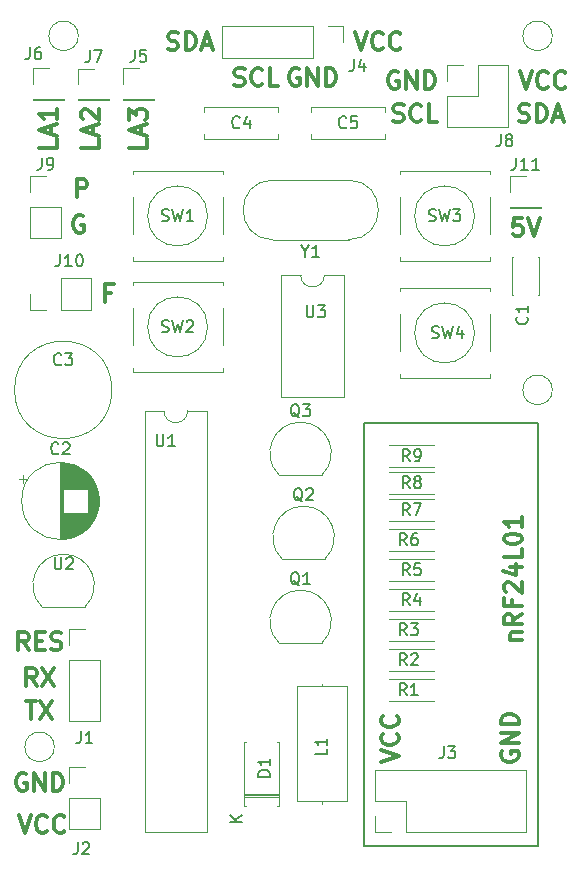
<source format=gbr>
G04 #@! TF.GenerationSoftware,KiCad,Pcbnew,5.0.2-bee76a0~70~ubuntu16.04.1*
G04 #@! TF.CreationDate,2019-04-13T19:03:10+02:00*
G04 #@! TF.ProjectId,birduino-kicad,62697264-7569-46e6-9f2d-6b696361642e,rev?*
G04 #@! TF.SameCoordinates,Original*
G04 #@! TF.FileFunction,Legend,Top*
G04 #@! TF.FilePolarity,Positive*
%FSLAX46Y46*%
G04 Gerber Fmt 4.6, Leading zero omitted, Abs format (unit mm)*
G04 Created by KiCad (PCBNEW 5.0.2-bee76a0~70~ubuntu16.04.1) date Sat 13 Apr 2019 07:03:10 PM CEST*
%MOMM*%
%LPD*%
G01*
G04 APERTURE LIST*
%ADD10C,0.300000*%
%ADD11C,0.200000*%
%ADD12C,0.120000*%
%ADD13C,0.150000*%
G04 APERTURE END LIST*
D10*
X172180285Y-96968571D02*
X171466000Y-96968571D01*
X171394571Y-97682857D01*
X171466000Y-97611428D01*
X171608857Y-97540000D01*
X171966000Y-97540000D01*
X172108857Y-97611428D01*
X172180285Y-97682857D01*
X172251714Y-97825714D01*
X172251714Y-98182857D01*
X172180285Y-98325714D01*
X172108857Y-98397142D01*
X171966000Y-98468571D01*
X171608857Y-98468571D01*
X171466000Y-98397142D01*
X171394571Y-98325714D01*
X172680285Y-96968571D02*
X173180285Y-98468571D01*
X173680285Y-96968571D01*
X137374285Y-103270857D02*
X136874285Y-103270857D01*
X136874285Y-104056571D02*
X136874285Y-102556571D01*
X137588571Y-102556571D01*
X135012857Y-96786000D02*
X134870000Y-96714571D01*
X134655714Y-96714571D01*
X134441428Y-96786000D01*
X134298571Y-96928857D01*
X134227142Y-97071714D01*
X134155714Y-97357428D01*
X134155714Y-97571714D01*
X134227142Y-97857428D01*
X134298571Y-98000285D01*
X134441428Y-98143142D01*
X134655714Y-98214571D01*
X134798571Y-98214571D01*
X135012857Y-98143142D01*
X135084285Y-98071714D01*
X135084285Y-97571714D01*
X134798571Y-97571714D01*
X134481142Y-95166571D02*
X134481142Y-93666571D01*
X135052571Y-93666571D01*
X135195428Y-93738000D01*
X135266857Y-93809428D01*
X135338285Y-93952285D01*
X135338285Y-94166571D01*
X135266857Y-94309428D01*
X135195428Y-94380857D01*
X135052571Y-94452285D01*
X134481142Y-94452285D01*
X140378571Y-90300857D02*
X140378571Y-91015142D01*
X138878571Y-91015142D01*
X139950000Y-89872285D02*
X139950000Y-89158000D01*
X140378571Y-90015142D02*
X138878571Y-89515142D01*
X140378571Y-89015142D01*
X138878571Y-88658000D02*
X138878571Y-87729428D01*
X139450000Y-88229428D01*
X139450000Y-88015142D01*
X139521428Y-87872285D01*
X139592857Y-87800857D01*
X139735714Y-87729428D01*
X140092857Y-87729428D01*
X140235714Y-87800857D01*
X140307142Y-87872285D01*
X140378571Y-88015142D01*
X140378571Y-88443714D01*
X140307142Y-88586571D01*
X140235714Y-88658000D01*
X136314571Y-90300857D02*
X136314571Y-91015142D01*
X134814571Y-91015142D01*
X135886000Y-89872285D02*
X135886000Y-89158000D01*
X136314571Y-90015142D02*
X134814571Y-89515142D01*
X136314571Y-89015142D01*
X134957428Y-88586571D02*
X134886000Y-88515142D01*
X134814571Y-88372285D01*
X134814571Y-88015142D01*
X134886000Y-87872285D01*
X134957428Y-87800857D01*
X135100285Y-87729428D01*
X135243142Y-87729428D01*
X135457428Y-87800857D01*
X136314571Y-88658000D01*
X136314571Y-87729428D01*
X132758571Y-90300857D02*
X132758571Y-91015142D01*
X131258571Y-91015142D01*
X132330000Y-89872285D02*
X132330000Y-89158000D01*
X132758571Y-90015142D02*
X131258571Y-89515142D01*
X132758571Y-89015142D01*
X132758571Y-87729428D02*
X132758571Y-88586571D01*
X132758571Y-88158000D02*
X131258571Y-88158000D01*
X131472857Y-88300857D01*
X131615714Y-88443714D01*
X131687142Y-88586571D01*
X161671142Y-84594000D02*
X161528285Y-84522571D01*
X161314000Y-84522571D01*
X161099714Y-84594000D01*
X160956857Y-84736857D01*
X160885428Y-84879714D01*
X160814000Y-85165428D01*
X160814000Y-85379714D01*
X160885428Y-85665428D01*
X160956857Y-85808285D01*
X161099714Y-85951142D01*
X161314000Y-86022571D01*
X161456857Y-86022571D01*
X161671142Y-85951142D01*
X161742571Y-85879714D01*
X161742571Y-85379714D01*
X161456857Y-85379714D01*
X162385428Y-86022571D02*
X162385428Y-84522571D01*
X163242571Y-86022571D01*
X163242571Y-84522571D01*
X163956857Y-86022571D02*
X163956857Y-84522571D01*
X164314000Y-84522571D01*
X164528285Y-84594000D01*
X164671142Y-84736857D01*
X164742571Y-84879714D01*
X164814000Y-85165428D01*
X164814000Y-85379714D01*
X164742571Y-85665428D01*
X164671142Y-85808285D01*
X164528285Y-85951142D01*
X164314000Y-86022571D01*
X163956857Y-86022571D01*
X161282285Y-88745142D02*
X161496571Y-88816571D01*
X161853714Y-88816571D01*
X161996571Y-88745142D01*
X162068000Y-88673714D01*
X162139428Y-88530857D01*
X162139428Y-88388000D01*
X162068000Y-88245142D01*
X161996571Y-88173714D01*
X161853714Y-88102285D01*
X161568000Y-88030857D01*
X161425142Y-87959428D01*
X161353714Y-87888000D01*
X161282285Y-87745142D01*
X161282285Y-87602285D01*
X161353714Y-87459428D01*
X161425142Y-87388000D01*
X161568000Y-87316571D01*
X161925142Y-87316571D01*
X162139428Y-87388000D01*
X163639428Y-88673714D02*
X163568000Y-88745142D01*
X163353714Y-88816571D01*
X163210857Y-88816571D01*
X162996571Y-88745142D01*
X162853714Y-88602285D01*
X162782285Y-88459428D01*
X162710857Y-88173714D01*
X162710857Y-87959428D01*
X162782285Y-87673714D01*
X162853714Y-87530857D01*
X162996571Y-87388000D01*
X163210857Y-87316571D01*
X163353714Y-87316571D01*
X163568000Y-87388000D01*
X163639428Y-87459428D01*
X164996571Y-88816571D02*
X164282285Y-88816571D01*
X164282285Y-87316571D01*
X171914571Y-88745142D02*
X172128857Y-88816571D01*
X172486000Y-88816571D01*
X172628857Y-88745142D01*
X172700285Y-88673714D01*
X172771714Y-88530857D01*
X172771714Y-88388000D01*
X172700285Y-88245142D01*
X172628857Y-88173714D01*
X172486000Y-88102285D01*
X172200285Y-88030857D01*
X172057428Y-87959428D01*
X171986000Y-87888000D01*
X171914571Y-87745142D01*
X171914571Y-87602285D01*
X171986000Y-87459428D01*
X172057428Y-87388000D01*
X172200285Y-87316571D01*
X172557428Y-87316571D01*
X172771714Y-87388000D01*
X173414571Y-88816571D02*
X173414571Y-87316571D01*
X173771714Y-87316571D01*
X173986000Y-87388000D01*
X174128857Y-87530857D01*
X174200285Y-87673714D01*
X174271714Y-87959428D01*
X174271714Y-88173714D01*
X174200285Y-88459428D01*
X174128857Y-88602285D01*
X173986000Y-88745142D01*
X173771714Y-88816571D01*
X173414571Y-88816571D01*
X174843142Y-88388000D02*
X175557428Y-88388000D01*
X174700285Y-88816571D02*
X175200285Y-87316571D01*
X175700285Y-88816571D01*
X171990000Y-84522571D02*
X172490000Y-86022571D01*
X172990000Y-84522571D01*
X174347142Y-85879714D02*
X174275714Y-85951142D01*
X174061428Y-86022571D01*
X173918571Y-86022571D01*
X173704285Y-85951142D01*
X173561428Y-85808285D01*
X173490000Y-85665428D01*
X173418571Y-85379714D01*
X173418571Y-85165428D01*
X173490000Y-84879714D01*
X173561428Y-84736857D01*
X173704285Y-84594000D01*
X173918571Y-84522571D01*
X174061428Y-84522571D01*
X174275714Y-84594000D01*
X174347142Y-84665428D01*
X175847142Y-85879714D02*
X175775714Y-85951142D01*
X175561428Y-86022571D01*
X175418571Y-86022571D01*
X175204285Y-85951142D01*
X175061428Y-85808285D01*
X174990000Y-85665428D01*
X174918571Y-85379714D01*
X174918571Y-85165428D01*
X174990000Y-84879714D01*
X175061428Y-84736857D01*
X175204285Y-84594000D01*
X175418571Y-84522571D01*
X175561428Y-84522571D01*
X175775714Y-84594000D01*
X175847142Y-84665428D01*
X142196571Y-82649142D02*
X142410857Y-82720571D01*
X142768000Y-82720571D01*
X142910857Y-82649142D01*
X142982285Y-82577714D01*
X143053714Y-82434857D01*
X143053714Y-82292000D01*
X142982285Y-82149142D01*
X142910857Y-82077714D01*
X142768000Y-82006285D01*
X142482285Y-81934857D01*
X142339428Y-81863428D01*
X142268000Y-81792000D01*
X142196571Y-81649142D01*
X142196571Y-81506285D01*
X142268000Y-81363428D01*
X142339428Y-81292000D01*
X142482285Y-81220571D01*
X142839428Y-81220571D01*
X143053714Y-81292000D01*
X143696571Y-82720571D02*
X143696571Y-81220571D01*
X144053714Y-81220571D01*
X144268000Y-81292000D01*
X144410857Y-81434857D01*
X144482285Y-81577714D01*
X144553714Y-81863428D01*
X144553714Y-82077714D01*
X144482285Y-82363428D01*
X144410857Y-82506285D01*
X144268000Y-82649142D01*
X144053714Y-82720571D01*
X143696571Y-82720571D01*
X145125142Y-82292000D02*
X145839428Y-82292000D01*
X144982285Y-82720571D02*
X145482285Y-81220571D01*
X145982285Y-82720571D01*
X147820285Y-85697142D02*
X148034571Y-85768571D01*
X148391714Y-85768571D01*
X148534571Y-85697142D01*
X148606000Y-85625714D01*
X148677428Y-85482857D01*
X148677428Y-85340000D01*
X148606000Y-85197142D01*
X148534571Y-85125714D01*
X148391714Y-85054285D01*
X148106000Y-84982857D01*
X147963142Y-84911428D01*
X147891714Y-84840000D01*
X147820285Y-84697142D01*
X147820285Y-84554285D01*
X147891714Y-84411428D01*
X147963142Y-84340000D01*
X148106000Y-84268571D01*
X148463142Y-84268571D01*
X148677428Y-84340000D01*
X150177428Y-85625714D02*
X150106000Y-85697142D01*
X149891714Y-85768571D01*
X149748857Y-85768571D01*
X149534571Y-85697142D01*
X149391714Y-85554285D01*
X149320285Y-85411428D01*
X149248857Y-85125714D01*
X149248857Y-84911428D01*
X149320285Y-84625714D01*
X149391714Y-84482857D01*
X149534571Y-84340000D01*
X149748857Y-84268571D01*
X149891714Y-84268571D01*
X150106000Y-84340000D01*
X150177428Y-84411428D01*
X151534571Y-85768571D02*
X150820285Y-85768571D01*
X150820285Y-84268571D01*
X153289142Y-84340000D02*
X153146285Y-84268571D01*
X152932000Y-84268571D01*
X152717714Y-84340000D01*
X152574857Y-84482857D01*
X152503428Y-84625714D01*
X152432000Y-84911428D01*
X152432000Y-85125714D01*
X152503428Y-85411428D01*
X152574857Y-85554285D01*
X152717714Y-85697142D01*
X152932000Y-85768571D01*
X153074857Y-85768571D01*
X153289142Y-85697142D01*
X153360571Y-85625714D01*
X153360571Y-85125714D01*
X153074857Y-85125714D01*
X154003428Y-85768571D02*
X154003428Y-84268571D01*
X154860571Y-85768571D01*
X154860571Y-84268571D01*
X155574857Y-85768571D02*
X155574857Y-84268571D01*
X155932000Y-84268571D01*
X156146285Y-84340000D01*
X156289142Y-84482857D01*
X156360571Y-84625714D01*
X156432000Y-84911428D01*
X156432000Y-85125714D01*
X156360571Y-85411428D01*
X156289142Y-85554285D01*
X156146285Y-85697142D01*
X155932000Y-85768571D01*
X155574857Y-85768571D01*
X158020000Y-81220571D02*
X158520000Y-82720571D01*
X159020000Y-81220571D01*
X160377142Y-82577714D02*
X160305714Y-82649142D01*
X160091428Y-82720571D01*
X159948571Y-82720571D01*
X159734285Y-82649142D01*
X159591428Y-82506285D01*
X159520000Y-82363428D01*
X159448571Y-82077714D01*
X159448571Y-81863428D01*
X159520000Y-81577714D01*
X159591428Y-81434857D01*
X159734285Y-81292000D01*
X159948571Y-81220571D01*
X160091428Y-81220571D01*
X160305714Y-81292000D01*
X160377142Y-81363428D01*
X161877142Y-82577714D02*
X161805714Y-82649142D01*
X161591428Y-82720571D01*
X161448571Y-82720571D01*
X161234285Y-82649142D01*
X161091428Y-82506285D01*
X161020000Y-82363428D01*
X160948571Y-82077714D01*
X160948571Y-81863428D01*
X161020000Y-81577714D01*
X161091428Y-81434857D01*
X161234285Y-81292000D01*
X161448571Y-81220571D01*
X161591428Y-81220571D01*
X161805714Y-81292000D01*
X161877142Y-81363428D01*
X171128571Y-132686571D02*
X172128571Y-132686571D01*
X171271428Y-132686571D02*
X171200000Y-132615142D01*
X171128571Y-132472285D01*
X171128571Y-132258000D01*
X171200000Y-132115142D01*
X171342857Y-132043714D01*
X172128571Y-132043714D01*
X172128571Y-130472285D02*
X171414285Y-130972285D01*
X172128571Y-131329428D02*
X170628571Y-131329428D01*
X170628571Y-130758000D01*
X170700000Y-130615142D01*
X170771428Y-130543714D01*
X170914285Y-130472285D01*
X171128571Y-130472285D01*
X171271428Y-130543714D01*
X171342857Y-130615142D01*
X171414285Y-130758000D01*
X171414285Y-131329428D01*
X171342857Y-129329428D02*
X171342857Y-129829428D01*
X172128571Y-129829428D02*
X170628571Y-129829428D01*
X170628571Y-129115142D01*
X170771428Y-128615142D02*
X170700000Y-128543714D01*
X170628571Y-128400857D01*
X170628571Y-128043714D01*
X170700000Y-127900857D01*
X170771428Y-127829428D01*
X170914285Y-127758000D01*
X171057142Y-127758000D01*
X171271428Y-127829428D01*
X172128571Y-128686571D01*
X172128571Y-127758000D01*
X171128571Y-126472285D02*
X172128571Y-126472285D01*
X170557142Y-126829428D02*
X171628571Y-127186571D01*
X171628571Y-126258000D01*
X172128571Y-124972285D02*
X172128571Y-125686571D01*
X170628571Y-125686571D01*
X170628571Y-124186571D02*
X170628571Y-124043714D01*
X170700000Y-123900857D01*
X170771428Y-123829428D01*
X170914285Y-123758000D01*
X171200000Y-123686571D01*
X171557142Y-123686571D01*
X171842857Y-123758000D01*
X171985714Y-123829428D01*
X172057142Y-123900857D01*
X172128571Y-124043714D01*
X172128571Y-124186571D01*
X172057142Y-124329428D01*
X171985714Y-124400857D01*
X171842857Y-124472285D01*
X171557142Y-124543714D01*
X171200000Y-124543714D01*
X170914285Y-124472285D01*
X170771428Y-124400857D01*
X170700000Y-124329428D01*
X170628571Y-124186571D01*
X172128571Y-122258000D02*
X172128571Y-123115142D01*
X172128571Y-122686571D02*
X170628571Y-122686571D01*
X170842857Y-122829428D01*
X170985714Y-122972285D01*
X171057142Y-123115142D01*
X170446000Y-142112857D02*
X170374571Y-142255714D01*
X170374571Y-142470000D01*
X170446000Y-142684285D01*
X170588857Y-142827142D01*
X170731714Y-142898571D01*
X171017428Y-142970000D01*
X171231714Y-142970000D01*
X171517428Y-142898571D01*
X171660285Y-142827142D01*
X171803142Y-142684285D01*
X171874571Y-142470000D01*
X171874571Y-142327142D01*
X171803142Y-142112857D01*
X171731714Y-142041428D01*
X171231714Y-142041428D01*
X171231714Y-142327142D01*
X171874571Y-141398571D02*
X170374571Y-141398571D01*
X171874571Y-140541428D01*
X170374571Y-140541428D01*
X171874571Y-139827142D02*
X170374571Y-139827142D01*
X170374571Y-139470000D01*
X170446000Y-139255714D01*
X170588857Y-139112857D01*
X170731714Y-139041428D01*
X171017428Y-138970000D01*
X171231714Y-138970000D01*
X171517428Y-139041428D01*
X171660285Y-139112857D01*
X171803142Y-139255714D01*
X171874571Y-139470000D01*
X171874571Y-139827142D01*
X160214571Y-142970000D02*
X161714571Y-142470000D01*
X160214571Y-141970000D01*
X161571714Y-140612857D02*
X161643142Y-140684285D01*
X161714571Y-140898571D01*
X161714571Y-141041428D01*
X161643142Y-141255714D01*
X161500285Y-141398571D01*
X161357428Y-141470000D01*
X161071714Y-141541428D01*
X160857428Y-141541428D01*
X160571714Y-141470000D01*
X160428857Y-141398571D01*
X160286000Y-141255714D01*
X160214571Y-141041428D01*
X160214571Y-140898571D01*
X160286000Y-140684285D01*
X160357428Y-140612857D01*
X161571714Y-139112857D02*
X161643142Y-139184285D01*
X161714571Y-139398571D01*
X161714571Y-139541428D01*
X161643142Y-139755714D01*
X161500285Y-139898571D01*
X161357428Y-139970000D01*
X161071714Y-140041428D01*
X160857428Y-140041428D01*
X160571714Y-139970000D01*
X160428857Y-139898571D01*
X160286000Y-139755714D01*
X160214571Y-139541428D01*
X160214571Y-139398571D01*
X160286000Y-139184285D01*
X160357428Y-139112857D01*
X130175142Y-137862571D02*
X131032285Y-137862571D01*
X130603714Y-139362571D02*
X130603714Y-137862571D01*
X131389428Y-137862571D02*
X132389428Y-139362571D01*
X132389428Y-137862571D02*
X131389428Y-139362571D01*
X131068000Y-136568571D02*
X130568000Y-135854285D01*
X130210857Y-136568571D02*
X130210857Y-135068571D01*
X130782285Y-135068571D01*
X130925142Y-135140000D01*
X130996571Y-135211428D01*
X131068000Y-135354285D01*
X131068000Y-135568571D01*
X130996571Y-135711428D01*
X130925142Y-135782857D01*
X130782285Y-135854285D01*
X130210857Y-135854285D01*
X131568000Y-135068571D02*
X132568000Y-136568571D01*
X132568000Y-135068571D02*
X131568000Y-136568571D01*
X130389428Y-133520571D02*
X129889428Y-132806285D01*
X129532285Y-133520571D02*
X129532285Y-132020571D01*
X130103714Y-132020571D01*
X130246571Y-132092000D01*
X130318000Y-132163428D01*
X130389428Y-132306285D01*
X130389428Y-132520571D01*
X130318000Y-132663428D01*
X130246571Y-132734857D01*
X130103714Y-132806285D01*
X129532285Y-132806285D01*
X131032285Y-132734857D02*
X131532285Y-132734857D01*
X131746571Y-133520571D02*
X131032285Y-133520571D01*
X131032285Y-132020571D01*
X131746571Y-132020571D01*
X132318000Y-133449142D02*
X132532285Y-133520571D01*
X132889428Y-133520571D01*
X133032285Y-133449142D01*
X133103714Y-133377714D01*
X133175142Y-133234857D01*
X133175142Y-133092000D01*
X133103714Y-132949142D01*
X133032285Y-132877714D01*
X132889428Y-132806285D01*
X132603714Y-132734857D01*
X132460857Y-132663428D01*
X132389428Y-132592000D01*
X132318000Y-132449142D01*
X132318000Y-132306285D01*
X132389428Y-132163428D01*
X132460857Y-132092000D01*
X132603714Y-132020571D01*
X132960857Y-132020571D01*
X133175142Y-132092000D01*
X130175142Y-144030000D02*
X130032285Y-143958571D01*
X129818000Y-143958571D01*
X129603714Y-144030000D01*
X129460857Y-144172857D01*
X129389428Y-144315714D01*
X129318000Y-144601428D01*
X129318000Y-144815714D01*
X129389428Y-145101428D01*
X129460857Y-145244285D01*
X129603714Y-145387142D01*
X129818000Y-145458571D01*
X129960857Y-145458571D01*
X130175142Y-145387142D01*
X130246571Y-145315714D01*
X130246571Y-144815714D01*
X129960857Y-144815714D01*
X130889428Y-145458571D02*
X130889428Y-143958571D01*
X131746571Y-145458571D01*
X131746571Y-143958571D01*
X132460857Y-145458571D02*
X132460857Y-143958571D01*
X132818000Y-143958571D01*
X133032285Y-144030000D01*
X133175142Y-144172857D01*
X133246571Y-144315714D01*
X133318000Y-144601428D01*
X133318000Y-144815714D01*
X133246571Y-145101428D01*
X133175142Y-145244285D01*
X133032285Y-145387142D01*
X132818000Y-145458571D01*
X132460857Y-145458571D01*
X129572000Y-147514571D02*
X130072000Y-149014571D01*
X130572000Y-147514571D01*
X131929142Y-148871714D02*
X131857714Y-148943142D01*
X131643428Y-149014571D01*
X131500571Y-149014571D01*
X131286285Y-148943142D01*
X131143428Y-148800285D01*
X131072000Y-148657428D01*
X131000571Y-148371714D01*
X131000571Y-148157428D01*
X131072000Y-147871714D01*
X131143428Y-147728857D01*
X131286285Y-147586000D01*
X131500571Y-147514571D01*
X131643428Y-147514571D01*
X131857714Y-147586000D01*
X131929142Y-147657428D01*
X133429142Y-148871714D02*
X133357714Y-148943142D01*
X133143428Y-149014571D01*
X133000571Y-149014571D01*
X132786285Y-148943142D01*
X132643428Y-148800285D01*
X132572000Y-148657428D01*
X132500571Y-148371714D01*
X132500571Y-148157428D01*
X132572000Y-147871714D01*
X132643428Y-147728857D01*
X132786285Y-147586000D01*
X133000571Y-147514571D01*
X133143428Y-147514571D01*
X133357714Y-147586000D01*
X133429142Y-147657428D01*
D11*
X158750000Y-114300000D02*
X158750000Y-150114000D01*
X173482000Y-114300000D02*
X158750000Y-114300000D01*
X173482000Y-150114000D02*
X173482000Y-114300000D01*
X158750000Y-150114000D02*
X173482000Y-150114000D01*
D12*
G04 #@! TO.C,*
X134601000Y-81534000D02*
G75*
G03X134601000Y-81534000I-1251000J0D01*
G01*
X174733000Y-111506000D02*
G75*
G03X174733000Y-111506000I-1251000J0D01*
G01*
X174733000Y-81534000D02*
G75*
G03X174733000Y-81534000I-1251000J0D01*
G01*
X132569000Y-141732000D02*
G75*
G03X132569000Y-141732000I-1251000J0D01*
G01*
G04 #@! TO.C,J1*
X133798000Y-139506000D02*
X136458000Y-139506000D01*
X133798000Y-134366000D02*
X133798000Y-139506000D01*
X136458000Y-134366000D02*
X136458000Y-139506000D01*
X133798000Y-134366000D02*
X136458000Y-134366000D01*
X133798000Y-133096000D02*
X133798000Y-131766000D01*
X133798000Y-131766000D02*
X135128000Y-131766000D01*
G04 #@! TO.C,J2*
X133798000Y-148650000D02*
X136458000Y-148650000D01*
X133798000Y-146050000D02*
X133798000Y-148650000D01*
X136458000Y-146050000D02*
X136458000Y-148650000D01*
X133798000Y-146050000D02*
X136458000Y-146050000D01*
X133798000Y-144780000D02*
X133798000Y-143450000D01*
X133798000Y-143450000D02*
X135128000Y-143450000D01*
G04 #@! TO.C,J3*
X172526000Y-148904000D02*
X172526000Y-143704000D01*
X162306000Y-148904000D02*
X172526000Y-148904000D01*
X159706000Y-143704000D02*
X172526000Y-143704000D01*
X162306000Y-148904000D02*
X162306000Y-146304000D01*
X162306000Y-146304000D02*
X159706000Y-146304000D01*
X159706000Y-146304000D02*
X159706000Y-143704000D01*
X161036000Y-148904000D02*
X159706000Y-148904000D01*
X159706000Y-148904000D02*
X159706000Y-147574000D01*
G04 #@! TO.C,J4*
X146752000Y-80712000D02*
X146752000Y-83372000D01*
X154432000Y-80712000D02*
X146752000Y-80712000D01*
X154432000Y-83372000D02*
X146752000Y-83372000D01*
X154432000Y-80712000D02*
X154432000Y-83372000D01*
X155702000Y-80712000D02*
X157032000Y-80712000D01*
X157032000Y-80712000D02*
X157032000Y-82042000D01*
G04 #@! TO.C,R1*
X164734000Y-137826000D02*
X160894000Y-137826000D01*
X164734000Y-135986000D02*
X160894000Y-135986000D01*
G04 #@! TO.C,R2*
X164734000Y-133446000D02*
X160894000Y-133446000D01*
X164734000Y-135286000D02*
X160894000Y-135286000D01*
G04 #@! TO.C,R3*
X164734000Y-132746000D02*
X160894000Y-132746000D01*
X164734000Y-130906000D02*
X160894000Y-130906000D01*
G04 #@! TO.C,R4*
X164734000Y-128366000D02*
X160894000Y-128366000D01*
X164734000Y-130206000D02*
X160894000Y-130206000D01*
G04 #@! TO.C,R5*
X164734000Y-127666000D02*
X160894000Y-127666000D01*
X164734000Y-125826000D02*
X160894000Y-125826000D01*
G04 #@! TO.C,R6*
X164734000Y-123286000D02*
X160894000Y-123286000D01*
X164734000Y-125126000D02*
X160894000Y-125126000D01*
G04 #@! TO.C,SW1*
X139192000Y-92964000D02*
X146812000Y-92964000D01*
X146812000Y-92964000D02*
X146812000Y-93264000D01*
X146812000Y-100584000D02*
X139192000Y-100584000D01*
X139192000Y-92964000D02*
X139192000Y-93264000D01*
X146812000Y-95204000D02*
X146812000Y-98344000D01*
X139192000Y-95204000D02*
X139192000Y-98344000D01*
X146812000Y-100284000D02*
X146812000Y-100584000D01*
X139192000Y-100284000D02*
X139192000Y-100584000D01*
X145542000Y-96774000D02*
G75*
G03X145542000Y-96774000I-2540000J0D01*
G01*
G04 #@! TO.C,SW2*
X145542000Y-106172000D02*
G75*
G03X145542000Y-106172000I-2540000J0D01*
G01*
X139192000Y-109682000D02*
X139192000Y-109982000D01*
X146812000Y-109682000D02*
X146812000Y-109982000D01*
X139192000Y-104602000D02*
X139192000Y-107742000D01*
X146812000Y-104602000D02*
X146812000Y-107742000D01*
X139192000Y-102362000D02*
X139192000Y-102662000D01*
X146812000Y-109982000D02*
X139192000Y-109982000D01*
X146812000Y-102362000D02*
X146812000Y-102662000D01*
X139192000Y-102362000D02*
X146812000Y-102362000D01*
G04 #@! TO.C,SW3*
X161798000Y-92964000D02*
X169418000Y-92964000D01*
X169418000Y-92964000D02*
X169418000Y-93264000D01*
X169418000Y-100584000D02*
X161798000Y-100584000D01*
X161798000Y-92964000D02*
X161798000Y-93264000D01*
X169418000Y-95204000D02*
X169418000Y-98344000D01*
X161798000Y-95204000D02*
X161798000Y-98344000D01*
X169418000Y-100284000D02*
X169418000Y-100584000D01*
X161798000Y-100284000D02*
X161798000Y-100584000D01*
X168148000Y-96774000D02*
G75*
G03X168148000Y-96774000I-2540000J0D01*
G01*
G04 #@! TO.C,SW4*
X168148000Y-106680000D02*
G75*
G03X168148000Y-106680000I-2540000J0D01*
G01*
X161798000Y-110190000D02*
X161798000Y-110490000D01*
X169418000Y-110190000D02*
X169418000Y-110490000D01*
X161798000Y-105110000D02*
X161798000Y-108250000D01*
X169418000Y-105110000D02*
X169418000Y-108250000D01*
X161798000Y-102870000D02*
X161798000Y-103170000D01*
X169418000Y-110490000D02*
X161798000Y-110490000D01*
X169418000Y-102870000D02*
X169418000Y-103170000D01*
X161798000Y-102870000D02*
X169418000Y-102870000D01*
G04 #@! TO.C,U1*
X143857000Y-113275000D02*
G75*
G02X141857000Y-113275000I-1000000J0D01*
G01*
X141857000Y-113275000D02*
X140207000Y-113275000D01*
X140207000Y-113275000D02*
X140207000Y-148955000D01*
X140207000Y-148955000D02*
X145507000Y-148955000D01*
X145507000Y-148955000D02*
X145507000Y-113275000D01*
X145507000Y-113275000D02*
X143857000Y-113275000D01*
G04 #@! TO.C,Q1*
X151616000Y-132914000D02*
X155216000Y-132914000D01*
X151577522Y-132902478D02*
G75*
G02X153416000Y-128464000I1838478J1838478D01*
G01*
X155254478Y-132902478D02*
G75*
G03X153416000Y-128464000I-1838478J1838478D01*
G01*
G04 #@! TO.C,Q2*
X155508478Y-125790478D02*
G75*
G03X153670000Y-121352000I-1838478J1838478D01*
G01*
X151831522Y-125790478D02*
G75*
G02X153670000Y-121352000I1838478J1838478D01*
G01*
X151870000Y-125802000D02*
X155470000Y-125802000D01*
G04 #@! TO.C,Q3*
X151616000Y-118690000D02*
X155216000Y-118690000D01*
X151577522Y-118678478D02*
G75*
G02X153416000Y-114240000I1838478J1838478D01*
G01*
X155254478Y-118678478D02*
G75*
G03X153416000Y-114240000I-1838478J1838478D01*
G01*
G04 #@! TO.C,R7*
X160894000Y-120746000D02*
X164734000Y-120746000D01*
X160894000Y-122586000D02*
X164734000Y-122586000D01*
G04 #@! TO.C,R8*
X160894000Y-120300000D02*
X164734000Y-120300000D01*
X160894000Y-118460000D02*
X164734000Y-118460000D01*
G04 #@! TO.C,R9*
X160894000Y-116174000D02*
X164734000Y-116174000D01*
X160894000Y-118014000D02*
X164734000Y-118014000D01*
G04 #@! TO.C,U2*
X131550000Y-129866000D02*
X135150000Y-129866000D01*
X131511522Y-129854478D02*
G75*
G02X133350000Y-125416000I1838478J1838478D01*
G01*
X135188478Y-129854478D02*
G75*
G03X133350000Y-125416000I-1838478J1838478D01*
G01*
G04 #@! TO.C,J5*
X138370000Y-86928000D02*
X141030000Y-86928000D01*
X138370000Y-86868000D02*
X138370000Y-86928000D01*
X141030000Y-86868000D02*
X141030000Y-86928000D01*
X138370000Y-86868000D02*
X141030000Y-86868000D01*
X138370000Y-85598000D02*
X138370000Y-84268000D01*
X138370000Y-84268000D02*
X139700000Y-84268000D01*
G04 #@! TO.C,J6*
X130750000Y-86928000D02*
X133410000Y-86928000D01*
X130750000Y-86868000D02*
X130750000Y-86928000D01*
X133410000Y-86868000D02*
X133410000Y-86928000D01*
X130750000Y-86868000D02*
X133410000Y-86868000D01*
X130750000Y-85598000D02*
X130750000Y-84268000D01*
X130750000Y-84268000D02*
X132080000Y-84268000D01*
G04 #@! TO.C,J7*
X134560000Y-84315000D02*
X135890000Y-84315000D01*
X134560000Y-85645000D02*
X134560000Y-84315000D01*
X134560000Y-86915000D02*
X137220000Y-86915000D01*
X137220000Y-86915000D02*
X137220000Y-86975000D01*
X134560000Y-86915000D02*
X134560000Y-86975000D01*
X134560000Y-86975000D02*
X137220000Y-86975000D01*
G04 #@! TO.C,J8*
X165802000Y-89214000D02*
X171002000Y-89214000D01*
X165802000Y-86614000D02*
X165802000Y-89214000D01*
X171002000Y-84014000D02*
X171002000Y-89214000D01*
X165802000Y-86614000D02*
X168402000Y-86614000D01*
X168402000Y-86614000D02*
X168402000Y-84014000D01*
X168402000Y-84014000D02*
X171002000Y-84014000D01*
X165802000Y-85344000D02*
X165802000Y-84014000D01*
X165802000Y-84014000D02*
X167132000Y-84014000D01*
G04 #@! TO.C,J9*
X130496000Y-98612000D02*
X133156000Y-98612000D01*
X130496000Y-96012000D02*
X130496000Y-98612000D01*
X133156000Y-96012000D02*
X133156000Y-98612000D01*
X130496000Y-96012000D02*
X133156000Y-96012000D01*
X130496000Y-94742000D02*
X130496000Y-93412000D01*
X130496000Y-93412000D02*
X131826000Y-93412000D01*
G04 #@! TO.C,C1*
X171346000Y-103494000D02*
X171346000Y-100254000D01*
X173586000Y-103494000D02*
X173586000Y-100254000D01*
X171346000Y-103494000D02*
X171411000Y-103494000D01*
X173521000Y-103494000D02*
X173586000Y-103494000D01*
X171346000Y-100254000D02*
X171411000Y-100254000D01*
X173521000Y-100254000D02*
X173586000Y-100254000D01*
G04 #@! TO.C,C2*
X136346000Y-120904000D02*
G75*
G03X136346000Y-120904000I-3270000J0D01*
G01*
X133076000Y-117674000D02*
X133076000Y-124134000D01*
X133116000Y-117674000D02*
X133116000Y-124134000D01*
X133156000Y-117674000D02*
X133156000Y-124134000D01*
X133196000Y-117676000D02*
X133196000Y-124132000D01*
X133236000Y-117677000D02*
X133236000Y-124131000D01*
X133276000Y-117680000D02*
X133276000Y-124128000D01*
X133316000Y-117682000D02*
X133316000Y-119864000D01*
X133316000Y-121944000D02*
X133316000Y-124126000D01*
X133356000Y-117686000D02*
X133356000Y-119864000D01*
X133356000Y-121944000D02*
X133356000Y-124122000D01*
X133396000Y-117689000D02*
X133396000Y-119864000D01*
X133396000Y-121944000D02*
X133396000Y-124119000D01*
X133436000Y-117693000D02*
X133436000Y-119864000D01*
X133436000Y-121944000D02*
X133436000Y-124115000D01*
X133476000Y-117698000D02*
X133476000Y-119864000D01*
X133476000Y-121944000D02*
X133476000Y-124110000D01*
X133516000Y-117703000D02*
X133516000Y-119864000D01*
X133516000Y-121944000D02*
X133516000Y-124105000D01*
X133556000Y-117709000D02*
X133556000Y-119864000D01*
X133556000Y-121944000D02*
X133556000Y-124099000D01*
X133596000Y-117715000D02*
X133596000Y-119864000D01*
X133596000Y-121944000D02*
X133596000Y-124093000D01*
X133636000Y-117722000D02*
X133636000Y-119864000D01*
X133636000Y-121944000D02*
X133636000Y-124086000D01*
X133676000Y-117729000D02*
X133676000Y-119864000D01*
X133676000Y-121944000D02*
X133676000Y-124079000D01*
X133716000Y-117737000D02*
X133716000Y-119864000D01*
X133716000Y-121944000D02*
X133716000Y-124071000D01*
X133756000Y-117745000D02*
X133756000Y-119864000D01*
X133756000Y-121944000D02*
X133756000Y-124063000D01*
X133797000Y-117754000D02*
X133797000Y-119864000D01*
X133797000Y-121944000D02*
X133797000Y-124054000D01*
X133837000Y-117763000D02*
X133837000Y-119864000D01*
X133837000Y-121944000D02*
X133837000Y-124045000D01*
X133877000Y-117773000D02*
X133877000Y-119864000D01*
X133877000Y-121944000D02*
X133877000Y-124035000D01*
X133917000Y-117783000D02*
X133917000Y-119864000D01*
X133917000Y-121944000D02*
X133917000Y-124025000D01*
X133957000Y-117794000D02*
X133957000Y-119864000D01*
X133957000Y-121944000D02*
X133957000Y-124014000D01*
X133997000Y-117806000D02*
X133997000Y-119864000D01*
X133997000Y-121944000D02*
X133997000Y-124002000D01*
X134037000Y-117818000D02*
X134037000Y-119864000D01*
X134037000Y-121944000D02*
X134037000Y-123990000D01*
X134077000Y-117830000D02*
X134077000Y-119864000D01*
X134077000Y-121944000D02*
X134077000Y-123978000D01*
X134117000Y-117843000D02*
X134117000Y-119864000D01*
X134117000Y-121944000D02*
X134117000Y-123965000D01*
X134157000Y-117857000D02*
X134157000Y-119864000D01*
X134157000Y-121944000D02*
X134157000Y-123951000D01*
X134197000Y-117871000D02*
X134197000Y-119864000D01*
X134197000Y-121944000D02*
X134197000Y-123937000D01*
X134237000Y-117886000D02*
X134237000Y-119864000D01*
X134237000Y-121944000D02*
X134237000Y-123922000D01*
X134277000Y-117902000D02*
X134277000Y-119864000D01*
X134277000Y-121944000D02*
X134277000Y-123906000D01*
X134317000Y-117918000D02*
X134317000Y-119864000D01*
X134317000Y-121944000D02*
X134317000Y-123890000D01*
X134357000Y-117934000D02*
X134357000Y-119864000D01*
X134357000Y-121944000D02*
X134357000Y-123874000D01*
X134397000Y-117952000D02*
X134397000Y-119864000D01*
X134397000Y-121944000D02*
X134397000Y-123856000D01*
X134437000Y-117970000D02*
X134437000Y-119864000D01*
X134437000Y-121944000D02*
X134437000Y-123838000D01*
X134477000Y-117988000D02*
X134477000Y-119864000D01*
X134477000Y-121944000D02*
X134477000Y-123820000D01*
X134517000Y-118008000D02*
X134517000Y-119864000D01*
X134517000Y-121944000D02*
X134517000Y-123800000D01*
X134557000Y-118028000D02*
X134557000Y-119864000D01*
X134557000Y-121944000D02*
X134557000Y-123780000D01*
X134597000Y-118048000D02*
X134597000Y-119864000D01*
X134597000Y-121944000D02*
X134597000Y-123760000D01*
X134637000Y-118070000D02*
X134637000Y-119864000D01*
X134637000Y-121944000D02*
X134637000Y-123738000D01*
X134677000Y-118092000D02*
X134677000Y-119864000D01*
X134677000Y-121944000D02*
X134677000Y-123716000D01*
X134717000Y-118114000D02*
X134717000Y-119864000D01*
X134717000Y-121944000D02*
X134717000Y-123694000D01*
X134757000Y-118138000D02*
X134757000Y-119864000D01*
X134757000Y-121944000D02*
X134757000Y-123670000D01*
X134797000Y-118162000D02*
X134797000Y-119864000D01*
X134797000Y-121944000D02*
X134797000Y-123646000D01*
X134837000Y-118188000D02*
X134837000Y-119864000D01*
X134837000Y-121944000D02*
X134837000Y-123620000D01*
X134877000Y-118214000D02*
X134877000Y-119864000D01*
X134877000Y-121944000D02*
X134877000Y-123594000D01*
X134917000Y-118240000D02*
X134917000Y-119864000D01*
X134917000Y-121944000D02*
X134917000Y-123568000D01*
X134957000Y-118268000D02*
X134957000Y-119864000D01*
X134957000Y-121944000D02*
X134957000Y-123540000D01*
X134997000Y-118297000D02*
X134997000Y-119864000D01*
X134997000Y-121944000D02*
X134997000Y-123511000D01*
X135037000Y-118326000D02*
X135037000Y-119864000D01*
X135037000Y-121944000D02*
X135037000Y-123482000D01*
X135077000Y-118356000D02*
X135077000Y-119864000D01*
X135077000Y-121944000D02*
X135077000Y-123452000D01*
X135117000Y-118388000D02*
X135117000Y-119864000D01*
X135117000Y-121944000D02*
X135117000Y-123420000D01*
X135157000Y-118420000D02*
X135157000Y-119864000D01*
X135157000Y-121944000D02*
X135157000Y-123388000D01*
X135197000Y-118454000D02*
X135197000Y-119864000D01*
X135197000Y-121944000D02*
X135197000Y-123354000D01*
X135237000Y-118488000D02*
X135237000Y-119864000D01*
X135237000Y-121944000D02*
X135237000Y-123320000D01*
X135277000Y-118524000D02*
X135277000Y-119864000D01*
X135277000Y-121944000D02*
X135277000Y-123284000D01*
X135317000Y-118561000D02*
X135317000Y-119864000D01*
X135317000Y-121944000D02*
X135317000Y-123247000D01*
X135357000Y-118599000D02*
X135357000Y-119864000D01*
X135357000Y-121944000D02*
X135357000Y-123209000D01*
X135397000Y-118639000D02*
X135397000Y-123169000D01*
X135437000Y-118680000D02*
X135437000Y-123128000D01*
X135477000Y-118722000D02*
X135477000Y-123086000D01*
X135517000Y-118767000D02*
X135517000Y-123041000D01*
X135557000Y-118812000D02*
X135557000Y-122996000D01*
X135597000Y-118860000D02*
X135597000Y-122948000D01*
X135637000Y-118909000D02*
X135637000Y-122899000D01*
X135677000Y-118960000D02*
X135677000Y-122848000D01*
X135717000Y-119014000D02*
X135717000Y-122794000D01*
X135757000Y-119070000D02*
X135757000Y-122738000D01*
X135797000Y-119128000D02*
X135797000Y-122680000D01*
X135837000Y-119190000D02*
X135837000Y-122618000D01*
X135877000Y-119254000D02*
X135877000Y-122554000D01*
X135917000Y-119323000D02*
X135917000Y-122485000D01*
X135957000Y-119395000D02*
X135957000Y-122413000D01*
X135997000Y-119472000D02*
X135997000Y-122336000D01*
X136037000Y-119554000D02*
X136037000Y-122254000D01*
X136077000Y-119642000D02*
X136077000Y-122166000D01*
X136117000Y-119739000D02*
X136117000Y-122069000D01*
X136157000Y-119845000D02*
X136157000Y-121963000D01*
X136197000Y-119964000D02*
X136197000Y-121844000D01*
X136237000Y-120102000D02*
X136237000Y-121706000D01*
X136277000Y-120271000D02*
X136277000Y-121537000D01*
X136317000Y-120502000D02*
X136317000Y-121306000D01*
X129575759Y-119065000D02*
X130205759Y-119065000D01*
X129890759Y-118750000D02*
X129890759Y-119380000D01*
G04 #@! TO.C,D1*
X148774000Y-146738000D02*
X148644000Y-146738000D01*
X148644000Y-146738000D02*
X148644000Y-141298000D01*
X148644000Y-141298000D02*
X148774000Y-141298000D01*
X151454000Y-146738000D02*
X151584000Y-146738000D01*
X151584000Y-146738000D02*
X151584000Y-141298000D01*
X151584000Y-141298000D02*
X151454000Y-141298000D01*
X148644000Y-145838000D02*
X151584000Y-145838000D01*
X148644000Y-145718000D02*
X151584000Y-145718000D01*
X148644000Y-145958000D02*
X151584000Y-145958000D01*
G04 #@! TO.C,J11*
X171136000Y-96072000D02*
X173796000Y-96072000D01*
X171136000Y-96012000D02*
X171136000Y-96072000D01*
X173796000Y-96012000D02*
X173796000Y-96072000D01*
X171136000Y-96012000D02*
X173796000Y-96012000D01*
X171136000Y-94742000D02*
X171136000Y-93412000D01*
X171136000Y-93412000D02*
X172466000Y-93412000D01*
G04 #@! TO.C,L1*
X153074000Y-146348000D02*
X157314000Y-146348000D01*
X157314000Y-146348000D02*
X157314000Y-136608000D01*
X157314000Y-136608000D02*
X153074000Y-136608000D01*
X153074000Y-136608000D02*
X153074000Y-146348000D01*
X155194000Y-146588000D02*
X155194000Y-146348000D01*
X155194000Y-136368000D02*
X155194000Y-136608000D01*
G04 #@! TO.C,U3*
X155432000Y-101794000D02*
G75*
G02X153432000Y-101794000I-1000000J0D01*
G01*
X153432000Y-101794000D02*
X151782000Y-101794000D01*
X151782000Y-101794000D02*
X151782000Y-112074000D01*
X151782000Y-112074000D02*
X157082000Y-112074000D01*
X157082000Y-112074000D02*
X157082000Y-101794000D01*
X157082000Y-101794000D02*
X155432000Y-101794000D01*
G04 #@! TO.C,C3*
X137442000Y-111506000D02*
G75*
G03X137442000Y-111506000I-4120000J0D01*
G01*
G04 #@! TO.C,C4*
X145256000Y-87530000D02*
X151496000Y-87530000D01*
X145256000Y-90270000D02*
X151496000Y-90270000D01*
X145256000Y-87530000D02*
X145256000Y-87975000D01*
X145256000Y-89825000D02*
X145256000Y-90270000D01*
X151496000Y-87530000D02*
X151496000Y-87975000D01*
X151496000Y-89825000D02*
X151496000Y-90270000D01*
G04 #@! TO.C,C5*
X160560000Y-89825000D02*
X160560000Y-90270000D01*
X160560000Y-87530000D02*
X160560000Y-87975000D01*
X154320000Y-89825000D02*
X154320000Y-90270000D01*
X154320000Y-87530000D02*
X154320000Y-87975000D01*
X154320000Y-90270000D02*
X160560000Y-90270000D01*
X154320000Y-87530000D02*
X160560000Y-87530000D01*
G04 #@! TO.C,Y1*
X157478000Y-98791000D02*
X151078000Y-98791000D01*
X157478000Y-93741000D02*
X151078000Y-93741000D01*
X157478000Y-93741000D02*
G75*
G02X157478000Y-98791000I0J-2525000D01*
G01*
X151078000Y-93741000D02*
G75*
G03X151078000Y-98791000I0J-2525000D01*
G01*
G04 #@! TO.C,J10*
X135696000Y-104708000D02*
X135696000Y-102048000D01*
X133096000Y-104708000D02*
X135696000Y-104708000D01*
X133096000Y-102048000D02*
X135696000Y-102048000D01*
X133096000Y-104708000D02*
X133096000Y-102048000D01*
X131826000Y-104708000D02*
X130496000Y-104708000D01*
X130496000Y-104708000D02*
X130496000Y-103378000D01*
G04 #@! TO.C,J1*
D13*
X134794666Y-140422380D02*
X134794666Y-141136666D01*
X134747047Y-141279523D01*
X134651809Y-141374761D01*
X134508952Y-141422380D01*
X134413714Y-141422380D01*
X135794666Y-141422380D02*
X135223238Y-141422380D01*
X135508952Y-141422380D02*
X135508952Y-140422380D01*
X135413714Y-140565238D01*
X135318476Y-140660476D01*
X135223238Y-140708095D01*
G04 #@! TO.C,J2*
X134540666Y-149820380D02*
X134540666Y-150534666D01*
X134493047Y-150677523D01*
X134397809Y-150772761D01*
X134254952Y-150820380D01*
X134159714Y-150820380D01*
X134969238Y-149915619D02*
X135016857Y-149868000D01*
X135112095Y-149820380D01*
X135350190Y-149820380D01*
X135445428Y-149868000D01*
X135493047Y-149915619D01*
X135540666Y-150010857D01*
X135540666Y-150106095D01*
X135493047Y-150248952D01*
X134921619Y-150820380D01*
X135540666Y-150820380D01*
G04 #@! TO.C,J3*
X165528666Y-141692380D02*
X165528666Y-142406666D01*
X165481047Y-142549523D01*
X165385809Y-142644761D01*
X165242952Y-142692380D01*
X165147714Y-142692380D01*
X165909619Y-141692380D02*
X166528666Y-141692380D01*
X166195333Y-142073333D01*
X166338190Y-142073333D01*
X166433428Y-142120952D01*
X166481047Y-142168571D01*
X166528666Y-142263809D01*
X166528666Y-142501904D01*
X166481047Y-142597142D01*
X166433428Y-142644761D01*
X166338190Y-142692380D01*
X166052476Y-142692380D01*
X165957238Y-142644761D01*
X165909619Y-142597142D01*
G04 #@! TO.C,J4*
X157908666Y-83526380D02*
X157908666Y-84240666D01*
X157861047Y-84383523D01*
X157765809Y-84478761D01*
X157622952Y-84526380D01*
X157527714Y-84526380D01*
X158813428Y-83859714D02*
X158813428Y-84526380D01*
X158575333Y-83478761D02*
X158337238Y-84193047D01*
X158956285Y-84193047D01*
G04 #@! TO.C,R1*
X162393333Y-137358380D02*
X162060000Y-136882190D01*
X161821904Y-137358380D02*
X161821904Y-136358380D01*
X162202857Y-136358380D01*
X162298095Y-136406000D01*
X162345714Y-136453619D01*
X162393333Y-136548857D01*
X162393333Y-136691714D01*
X162345714Y-136786952D01*
X162298095Y-136834571D01*
X162202857Y-136882190D01*
X161821904Y-136882190D01*
X163345714Y-137358380D02*
X162774285Y-137358380D01*
X163060000Y-137358380D02*
X163060000Y-136358380D01*
X162964761Y-136501238D01*
X162869523Y-136596476D01*
X162774285Y-136644095D01*
G04 #@! TO.C,R2*
X162393333Y-134818380D02*
X162060000Y-134342190D01*
X161821904Y-134818380D02*
X161821904Y-133818380D01*
X162202857Y-133818380D01*
X162298095Y-133866000D01*
X162345714Y-133913619D01*
X162393333Y-134008857D01*
X162393333Y-134151714D01*
X162345714Y-134246952D01*
X162298095Y-134294571D01*
X162202857Y-134342190D01*
X161821904Y-134342190D01*
X162774285Y-133913619D02*
X162821904Y-133866000D01*
X162917142Y-133818380D01*
X163155238Y-133818380D01*
X163250476Y-133866000D01*
X163298095Y-133913619D01*
X163345714Y-134008857D01*
X163345714Y-134104095D01*
X163298095Y-134246952D01*
X162726666Y-134818380D01*
X163345714Y-134818380D01*
G04 #@! TO.C,R3*
X162393333Y-132278380D02*
X162060000Y-131802190D01*
X161821904Y-132278380D02*
X161821904Y-131278380D01*
X162202857Y-131278380D01*
X162298095Y-131326000D01*
X162345714Y-131373619D01*
X162393333Y-131468857D01*
X162393333Y-131611714D01*
X162345714Y-131706952D01*
X162298095Y-131754571D01*
X162202857Y-131802190D01*
X161821904Y-131802190D01*
X162726666Y-131278380D02*
X163345714Y-131278380D01*
X163012380Y-131659333D01*
X163155238Y-131659333D01*
X163250476Y-131706952D01*
X163298095Y-131754571D01*
X163345714Y-131849809D01*
X163345714Y-132087904D01*
X163298095Y-132183142D01*
X163250476Y-132230761D01*
X163155238Y-132278380D01*
X162869523Y-132278380D01*
X162774285Y-132230761D01*
X162726666Y-132183142D01*
G04 #@! TO.C,R4*
X162647333Y-129738380D02*
X162314000Y-129262190D01*
X162075904Y-129738380D02*
X162075904Y-128738380D01*
X162456857Y-128738380D01*
X162552095Y-128786000D01*
X162599714Y-128833619D01*
X162647333Y-128928857D01*
X162647333Y-129071714D01*
X162599714Y-129166952D01*
X162552095Y-129214571D01*
X162456857Y-129262190D01*
X162075904Y-129262190D01*
X163504476Y-129071714D02*
X163504476Y-129738380D01*
X163266380Y-128690761D02*
X163028285Y-129405047D01*
X163647333Y-129405047D01*
G04 #@! TO.C,R5*
X162647333Y-127198380D02*
X162314000Y-126722190D01*
X162075904Y-127198380D02*
X162075904Y-126198380D01*
X162456857Y-126198380D01*
X162552095Y-126246000D01*
X162599714Y-126293619D01*
X162647333Y-126388857D01*
X162647333Y-126531714D01*
X162599714Y-126626952D01*
X162552095Y-126674571D01*
X162456857Y-126722190D01*
X162075904Y-126722190D01*
X163552095Y-126198380D02*
X163075904Y-126198380D01*
X163028285Y-126674571D01*
X163075904Y-126626952D01*
X163171142Y-126579333D01*
X163409238Y-126579333D01*
X163504476Y-126626952D01*
X163552095Y-126674571D01*
X163599714Y-126769809D01*
X163599714Y-127007904D01*
X163552095Y-127103142D01*
X163504476Y-127150761D01*
X163409238Y-127198380D01*
X163171142Y-127198380D01*
X163075904Y-127150761D01*
X163028285Y-127103142D01*
G04 #@! TO.C,R6*
X162393333Y-124658380D02*
X162060000Y-124182190D01*
X161821904Y-124658380D02*
X161821904Y-123658380D01*
X162202857Y-123658380D01*
X162298095Y-123706000D01*
X162345714Y-123753619D01*
X162393333Y-123848857D01*
X162393333Y-123991714D01*
X162345714Y-124086952D01*
X162298095Y-124134571D01*
X162202857Y-124182190D01*
X161821904Y-124182190D01*
X163250476Y-123658380D02*
X163060000Y-123658380D01*
X162964761Y-123706000D01*
X162917142Y-123753619D01*
X162821904Y-123896476D01*
X162774285Y-124086952D01*
X162774285Y-124467904D01*
X162821904Y-124563142D01*
X162869523Y-124610761D01*
X162964761Y-124658380D01*
X163155238Y-124658380D01*
X163250476Y-124610761D01*
X163298095Y-124563142D01*
X163345714Y-124467904D01*
X163345714Y-124229809D01*
X163298095Y-124134571D01*
X163250476Y-124086952D01*
X163155238Y-124039333D01*
X162964761Y-124039333D01*
X162869523Y-124086952D01*
X162821904Y-124134571D01*
X162774285Y-124229809D01*
G04 #@! TO.C,SW1*
X141668666Y-97178761D02*
X141811523Y-97226380D01*
X142049619Y-97226380D01*
X142144857Y-97178761D01*
X142192476Y-97131142D01*
X142240095Y-97035904D01*
X142240095Y-96940666D01*
X142192476Y-96845428D01*
X142144857Y-96797809D01*
X142049619Y-96750190D01*
X141859142Y-96702571D01*
X141763904Y-96654952D01*
X141716285Y-96607333D01*
X141668666Y-96512095D01*
X141668666Y-96416857D01*
X141716285Y-96321619D01*
X141763904Y-96274000D01*
X141859142Y-96226380D01*
X142097238Y-96226380D01*
X142240095Y-96274000D01*
X142573428Y-96226380D02*
X142811523Y-97226380D01*
X143002000Y-96512095D01*
X143192476Y-97226380D01*
X143430571Y-96226380D01*
X144335333Y-97226380D02*
X143763904Y-97226380D01*
X144049619Y-97226380D02*
X144049619Y-96226380D01*
X143954380Y-96369238D01*
X143859142Y-96464476D01*
X143763904Y-96512095D01*
G04 #@! TO.C,SW2*
X141668666Y-106576761D02*
X141811523Y-106624380D01*
X142049619Y-106624380D01*
X142144857Y-106576761D01*
X142192476Y-106529142D01*
X142240095Y-106433904D01*
X142240095Y-106338666D01*
X142192476Y-106243428D01*
X142144857Y-106195809D01*
X142049619Y-106148190D01*
X141859142Y-106100571D01*
X141763904Y-106052952D01*
X141716285Y-106005333D01*
X141668666Y-105910095D01*
X141668666Y-105814857D01*
X141716285Y-105719619D01*
X141763904Y-105672000D01*
X141859142Y-105624380D01*
X142097238Y-105624380D01*
X142240095Y-105672000D01*
X142573428Y-105624380D02*
X142811523Y-106624380D01*
X143002000Y-105910095D01*
X143192476Y-106624380D01*
X143430571Y-105624380D01*
X143763904Y-105719619D02*
X143811523Y-105672000D01*
X143906761Y-105624380D01*
X144144857Y-105624380D01*
X144240095Y-105672000D01*
X144287714Y-105719619D01*
X144335333Y-105814857D01*
X144335333Y-105910095D01*
X144287714Y-106052952D01*
X143716285Y-106624380D01*
X144335333Y-106624380D01*
G04 #@! TO.C,SW3*
X164274666Y-97178761D02*
X164417523Y-97226380D01*
X164655619Y-97226380D01*
X164750857Y-97178761D01*
X164798476Y-97131142D01*
X164846095Y-97035904D01*
X164846095Y-96940666D01*
X164798476Y-96845428D01*
X164750857Y-96797809D01*
X164655619Y-96750190D01*
X164465142Y-96702571D01*
X164369904Y-96654952D01*
X164322285Y-96607333D01*
X164274666Y-96512095D01*
X164274666Y-96416857D01*
X164322285Y-96321619D01*
X164369904Y-96274000D01*
X164465142Y-96226380D01*
X164703238Y-96226380D01*
X164846095Y-96274000D01*
X165179428Y-96226380D02*
X165417523Y-97226380D01*
X165608000Y-96512095D01*
X165798476Y-97226380D01*
X166036571Y-96226380D01*
X166322285Y-96226380D02*
X166941333Y-96226380D01*
X166608000Y-96607333D01*
X166750857Y-96607333D01*
X166846095Y-96654952D01*
X166893714Y-96702571D01*
X166941333Y-96797809D01*
X166941333Y-97035904D01*
X166893714Y-97131142D01*
X166846095Y-97178761D01*
X166750857Y-97226380D01*
X166465142Y-97226380D01*
X166369904Y-97178761D01*
X166322285Y-97131142D01*
G04 #@! TO.C,SW4*
X164528666Y-107084761D02*
X164671523Y-107132380D01*
X164909619Y-107132380D01*
X165004857Y-107084761D01*
X165052476Y-107037142D01*
X165100095Y-106941904D01*
X165100095Y-106846666D01*
X165052476Y-106751428D01*
X165004857Y-106703809D01*
X164909619Y-106656190D01*
X164719142Y-106608571D01*
X164623904Y-106560952D01*
X164576285Y-106513333D01*
X164528666Y-106418095D01*
X164528666Y-106322857D01*
X164576285Y-106227619D01*
X164623904Y-106180000D01*
X164719142Y-106132380D01*
X164957238Y-106132380D01*
X165100095Y-106180000D01*
X165433428Y-106132380D02*
X165671523Y-107132380D01*
X165862000Y-106418095D01*
X166052476Y-107132380D01*
X166290571Y-106132380D01*
X167100095Y-106465714D02*
X167100095Y-107132380D01*
X166862000Y-106084761D02*
X166623904Y-106799047D01*
X167242952Y-106799047D01*
G04 #@! TO.C,U1*
X141224095Y-115276380D02*
X141224095Y-116085904D01*
X141271714Y-116181142D01*
X141319333Y-116228761D01*
X141414571Y-116276380D01*
X141605047Y-116276380D01*
X141700285Y-116228761D01*
X141747904Y-116181142D01*
X141795523Y-116085904D01*
X141795523Y-115276380D01*
X142795523Y-116276380D02*
X142224095Y-116276380D01*
X142509809Y-116276380D02*
X142509809Y-115276380D01*
X142414571Y-115419238D01*
X142319333Y-115514476D01*
X142224095Y-115562095D01*
G04 #@! TO.C,Q1*
X153320761Y-128051619D02*
X153225523Y-128004000D01*
X153130285Y-127908761D01*
X152987428Y-127765904D01*
X152892190Y-127718285D01*
X152796952Y-127718285D01*
X152844571Y-127956380D02*
X152749333Y-127908761D01*
X152654095Y-127813523D01*
X152606476Y-127623047D01*
X152606476Y-127289714D01*
X152654095Y-127099238D01*
X152749333Y-127004000D01*
X152844571Y-126956380D01*
X153035047Y-126956380D01*
X153130285Y-127004000D01*
X153225523Y-127099238D01*
X153273142Y-127289714D01*
X153273142Y-127623047D01*
X153225523Y-127813523D01*
X153130285Y-127908761D01*
X153035047Y-127956380D01*
X152844571Y-127956380D01*
X154225523Y-127956380D02*
X153654095Y-127956380D01*
X153939809Y-127956380D02*
X153939809Y-126956380D01*
X153844571Y-127099238D01*
X153749333Y-127194476D01*
X153654095Y-127242095D01*
G04 #@! TO.C,Q2*
X153574761Y-120939619D02*
X153479523Y-120892000D01*
X153384285Y-120796761D01*
X153241428Y-120653904D01*
X153146190Y-120606285D01*
X153050952Y-120606285D01*
X153098571Y-120844380D02*
X153003333Y-120796761D01*
X152908095Y-120701523D01*
X152860476Y-120511047D01*
X152860476Y-120177714D01*
X152908095Y-119987238D01*
X153003333Y-119892000D01*
X153098571Y-119844380D01*
X153289047Y-119844380D01*
X153384285Y-119892000D01*
X153479523Y-119987238D01*
X153527142Y-120177714D01*
X153527142Y-120511047D01*
X153479523Y-120701523D01*
X153384285Y-120796761D01*
X153289047Y-120844380D01*
X153098571Y-120844380D01*
X153908095Y-119939619D02*
X153955714Y-119892000D01*
X154050952Y-119844380D01*
X154289047Y-119844380D01*
X154384285Y-119892000D01*
X154431904Y-119939619D01*
X154479523Y-120034857D01*
X154479523Y-120130095D01*
X154431904Y-120272952D01*
X153860476Y-120844380D01*
X154479523Y-120844380D01*
G04 #@! TO.C,Q3*
X153320761Y-113827619D02*
X153225523Y-113780000D01*
X153130285Y-113684761D01*
X152987428Y-113541904D01*
X152892190Y-113494285D01*
X152796952Y-113494285D01*
X152844571Y-113732380D02*
X152749333Y-113684761D01*
X152654095Y-113589523D01*
X152606476Y-113399047D01*
X152606476Y-113065714D01*
X152654095Y-112875238D01*
X152749333Y-112780000D01*
X152844571Y-112732380D01*
X153035047Y-112732380D01*
X153130285Y-112780000D01*
X153225523Y-112875238D01*
X153273142Y-113065714D01*
X153273142Y-113399047D01*
X153225523Y-113589523D01*
X153130285Y-113684761D01*
X153035047Y-113732380D01*
X152844571Y-113732380D01*
X153606476Y-112732380D02*
X154225523Y-112732380D01*
X153892190Y-113113333D01*
X154035047Y-113113333D01*
X154130285Y-113160952D01*
X154177904Y-113208571D01*
X154225523Y-113303809D01*
X154225523Y-113541904D01*
X154177904Y-113637142D01*
X154130285Y-113684761D01*
X154035047Y-113732380D01*
X153749333Y-113732380D01*
X153654095Y-113684761D01*
X153606476Y-113637142D01*
G04 #@! TO.C,R7*
X162647333Y-122118380D02*
X162314000Y-121642190D01*
X162075904Y-122118380D02*
X162075904Y-121118380D01*
X162456857Y-121118380D01*
X162552095Y-121166000D01*
X162599714Y-121213619D01*
X162647333Y-121308857D01*
X162647333Y-121451714D01*
X162599714Y-121546952D01*
X162552095Y-121594571D01*
X162456857Y-121642190D01*
X162075904Y-121642190D01*
X162980666Y-121118380D02*
X163647333Y-121118380D01*
X163218761Y-122118380D01*
G04 #@! TO.C,R8*
X162647333Y-119832380D02*
X162314000Y-119356190D01*
X162075904Y-119832380D02*
X162075904Y-118832380D01*
X162456857Y-118832380D01*
X162552095Y-118880000D01*
X162599714Y-118927619D01*
X162647333Y-119022857D01*
X162647333Y-119165714D01*
X162599714Y-119260952D01*
X162552095Y-119308571D01*
X162456857Y-119356190D01*
X162075904Y-119356190D01*
X163218761Y-119260952D02*
X163123523Y-119213333D01*
X163075904Y-119165714D01*
X163028285Y-119070476D01*
X163028285Y-119022857D01*
X163075904Y-118927619D01*
X163123523Y-118880000D01*
X163218761Y-118832380D01*
X163409238Y-118832380D01*
X163504476Y-118880000D01*
X163552095Y-118927619D01*
X163599714Y-119022857D01*
X163599714Y-119070476D01*
X163552095Y-119165714D01*
X163504476Y-119213333D01*
X163409238Y-119260952D01*
X163218761Y-119260952D01*
X163123523Y-119308571D01*
X163075904Y-119356190D01*
X163028285Y-119451428D01*
X163028285Y-119641904D01*
X163075904Y-119737142D01*
X163123523Y-119784761D01*
X163218761Y-119832380D01*
X163409238Y-119832380D01*
X163504476Y-119784761D01*
X163552095Y-119737142D01*
X163599714Y-119641904D01*
X163599714Y-119451428D01*
X163552095Y-119356190D01*
X163504476Y-119308571D01*
X163409238Y-119260952D01*
G04 #@! TO.C,R9*
X162647333Y-117546380D02*
X162314000Y-117070190D01*
X162075904Y-117546380D02*
X162075904Y-116546380D01*
X162456857Y-116546380D01*
X162552095Y-116594000D01*
X162599714Y-116641619D01*
X162647333Y-116736857D01*
X162647333Y-116879714D01*
X162599714Y-116974952D01*
X162552095Y-117022571D01*
X162456857Y-117070190D01*
X162075904Y-117070190D01*
X163123523Y-117546380D02*
X163314000Y-117546380D01*
X163409238Y-117498761D01*
X163456857Y-117451142D01*
X163552095Y-117308285D01*
X163599714Y-117117809D01*
X163599714Y-116736857D01*
X163552095Y-116641619D01*
X163504476Y-116594000D01*
X163409238Y-116546380D01*
X163218761Y-116546380D01*
X163123523Y-116594000D01*
X163075904Y-116641619D01*
X163028285Y-116736857D01*
X163028285Y-116974952D01*
X163075904Y-117070190D01*
X163123523Y-117117809D01*
X163218761Y-117165428D01*
X163409238Y-117165428D01*
X163504476Y-117117809D01*
X163552095Y-117070190D01*
X163599714Y-116974952D01*
G04 #@! TO.C,U2*
X132588095Y-125690380D02*
X132588095Y-126499904D01*
X132635714Y-126595142D01*
X132683333Y-126642761D01*
X132778571Y-126690380D01*
X132969047Y-126690380D01*
X133064285Y-126642761D01*
X133111904Y-126595142D01*
X133159523Y-126499904D01*
X133159523Y-125690380D01*
X133588095Y-125785619D02*
X133635714Y-125738000D01*
X133730952Y-125690380D01*
X133969047Y-125690380D01*
X134064285Y-125738000D01*
X134111904Y-125785619D01*
X134159523Y-125880857D01*
X134159523Y-125976095D01*
X134111904Y-126118952D01*
X133540476Y-126690380D01*
X134159523Y-126690380D01*
G04 #@! TO.C,J5*
X139366666Y-82720380D02*
X139366666Y-83434666D01*
X139319047Y-83577523D01*
X139223809Y-83672761D01*
X139080952Y-83720380D01*
X138985714Y-83720380D01*
X140319047Y-82720380D02*
X139842857Y-82720380D01*
X139795238Y-83196571D01*
X139842857Y-83148952D01*
X139938095Y-83101333D01*
X140176190Y-83101333D01*
X140271428Y-83148952D01*
X140319047Y-83196571D01*
X140366666Y-83291809D01*
X140366666Y-83529904D01*
X140319047Y-83625142D01*
X140271428Y-83672761D01*
X140176190Y-83720380D01*
X139938095Y-83720380D01*
X139842857Y-83672761D01*
X139795238Y-83625142D01*
G04 #@! TO.C,J6*
X130476666Y-82510380D02*
X130476666Y-83224666D01*
X130429047Y-83367523D01*
X130333809Y-83462761D01*
X130190952Y-83510380D01*
X130095714Y-83510380D01*
X131381428Y-82510380D02*
X131190952Y-82510380D01*
X131095714Y-82558000D01*
X131048095Y-82605619D01*
X130952857Y-82748476D01*
X130905238Y-82938952D01*
X130905238Y-83319904D01*
X130952857Y-83415142D01*
X131000476Y-83462761D01*
X131095714Y-83510380D01*
X131286190Y-83510380D01*
X131381428Y-83462761D01*
X131429047Y-83415142D01*
X131476666Y-83319904D01*
X131476666Y-83081809D01*
X131429047Y-82986571D01*
X131381428Y-82938952D01*
X131286190Y-82891333D01*
X131095714Y-82891333D01*
X131000476Y-82938952D01*
X130952857Y-82986571D01*
X130905238Y-83081809D01*
G04 #@! TO.C,J7*
X135556666Y-82767380D02*
X135556666Y-83481666D01*
X135509047Y-83624523D01*
X135413809Y-83719761D01*
X135270952Y-83767380D01*
X135175714Y-83767380D01*
X135937619Y-82767380D02*
X136604285Y-82767380D01*
X136175714Y-83767380D01*
G04 #@! TO.C,J8*
X170354666Y-89876380D02*
X170354666Y-90590666D01*
X170307047Y-90733523D01*
X170211809Y-90828761D01*
X170068952Y-90876380D01*
X169973714Y-90876380D01*
X170973714Y-90304952D02*
X170878476Y-90257333D01*
X170830857Y-90209714D01*
X170783238Y-90114476D01*
X170783238Y-90066857D01*
X170830857Y-89971619D01*
X170878476Y-89924000D01*
X170973714Y-89876380D01*
X171164190Y-89876380D01*
X171259428Y-89924000D01*
X171307047Y-89971619D01*
X171354666Y-90066857D01*
X171354666Y-90114476D01*
X171307047Y-90209714D01*
X171259428Y-90257333D01*
X171164190Y-90304952D01*
X170973714Y-90304952D01*
X170878476Y-90352571D01*
X170830857Y-90400190D01*
X170783238Y-90495428D01*
X170783238Y-90685904D01*
X170830857Y-90781142D01*
X170878476Y-90828761D01*
X170973714Y-90876380D01*
X171164190Y-90876380D01*
X171259428Y-90828761D01*
X171307047Y-90781142D01*
X171354666Y-90685904D01*
X171354666Y-90495428D01*
X171307047Y-90400190D01*
X171259428Y-90352571D01*
X171164190Y-90304952D01*
G04 #@! TO.C,J9*
X131492666Y-91864380D02*
X131492666Y-92578666D01*
X131445047Y-92721523D01*
X131349809Y-92816761D01*
X131206952Y-92864380D01*
X131111714Y-92864380D01*
X132016476Y-92864380D02*
X132206952Y-92864380D01*
X132302190Y-92816761D01*
X132349809Y-92769142D01*
X132445047Y-92626285D01*
X132492666Y-92435809D01*
X132492666Y-92054857D01*
X132445047Y-91959619D01*
X132397428Y-91912000D01*
X132302190Y-91864380D01*
X132111714Y-91864380D01*
X132016476Y-91912000D01*
X131968857Y-91959619D01*
X131921238Y-92054857D01*
X131921238Y-92292952D01*
X131968857Y-92388190D01*
X132016476Y-92435809D01*
X132111714Y-92483428D01*
X132302190Y-92483428D01*
X132397428Y-92435809D01*
X132445047Y-92388190D01*
X132492666Y-92292952D01*
G04 #@! TO.C,C1*
X172569142Y-105322666D02*
X172616761Y-105370285D01*
X172664380Y-105513142D01*
X172664380Y-105608380D01*
X172616761Y-105751238D01*
X172521523Y-105846476D01*
X172426285Y-105894095D01*
X172235809Y-105941714D01*
X172092952Y-105941714D01*
X171902476Y-105894095D01*
X171807238Y-105846476D01*
X171712000Y-105751238D01*
X171664380Y-105608380D01*
X171664380Y-105513142D01*
X171712000Y-105370285D01*
X171759619Y-105322666D01*
X172664380Y-104370285D02*
X172664380Y-104941714D01*
X172664380Y-104656000D02*
X171664380Y-104656000D01*
X171807238Y-104751238D01*
X171902476Y-104846476D01*
X171950095Y-104941714D01*
G04 #@! TO.C,C2*
X132909333Y-116861142D02*
X132861714Y-116908761D01*
X132718857Y-116956380D01*
X132623619Y-116956380D01*
X132480761Y-116908761D01*
X132385523Y-116813523D01*
X132337904Y-116718285D01*
X132290285Y-116527809D01*
X132290285Y-116384952D01*
X132337904Y-116194476D01*
X132385523Y-116099238D01*
X132480761Y-116004000D01*
X132623619Y-115956380D01*
X132718857Y-115956380D01*
X132861714Y-116004000D01*
X132909333Y-116051619D01*
X133290285Y-116051619D02*
X133337904Y-116004000D01*
X133433142Y-115956380D01*
X133671238Y-115956380D01*
X133766476Y-116004000D01*
X133814095Y-116051619D01*
X133861714Y-116146857D01*
X133861714Y-116242095D01*
X133814095Y-116384952D01*
X133242666Y-116956380D01*
X133861714Y-116956380D01*
G04 #@! TO.C,D1*
X150820380Y-144248095D02*
X149820380Y-144248095D01*
X149820380Y-144010000D01*
X149868000Y-143867142D01*
X149963238Y-143771904D01*
X150058476Y-143724285D01*
X150248952Y-143676666D01*
X150391809Y-143676666D01*
X150582285Y-143724285D01*
X150677523Y-143771904D01*
X150772761Y-143867142D01*
X150820380Y-144010000D01*
X150820380Y-144248095D01*
X150820380Y-142724285D02*
X150820380Y-143295714D01*
X150820380Y-143010000D02*
X149820380Y-143010000D01*
X149963238Y-143105238D01*
X150058476Y-143200476D01*
X150106095Y-143295714D01*
X148466380Y-148089904D02*
X147466380Y-148089904D01*
X148466380Y-147518476D02*
X147894952Y-147947047D01*
X147466380Y-147518476D02*
X148037809Y-148089904D01*
G04 #@! TO.C,J11*
X171656476Y-91864380D02*
X171656476Y-92578666D01*
X171608857Y-92721523D01*
X171513619Y-92816761D01*
X171370761Y-92864380D01*
X171275523Y-92864380D01*
X172656476Y-92864380D02*
X172085047Y-92864380D01*
X172370761Y-92864380D02*
X172370761Y-91864380D01*
X172275523Y-92007238D01*
X172180285Y-92102476D01*
X172085047Y-92150095D01*
X173608857Y-92864380D02*
X173037428Y-92864380D01*
X173323142Y-92864380D02*
X173323142Y-91864380D01*
X173227904Y-92007238D01*
X173132666Y-92102476D01*
X173037428Y-92150095D01*
G04 #@! TO.C,L1*
X155646380Y-141898666D02*
X155646380Y-142374857D01*
X154646380Y-142374857D01*
X155646380Y-141041523D02*
X155646380Y-141612952D01*
X155646380Y-141327238D02*
X154646380Y-141327238D01*
X154789238Y-141422476D01*
X154884476Y-141517714D01*
X154932095Y-141612952D01*
G04 #@! TO.C,U3*
X153924095Y-104354380D02*
X153924095Y-105163904D01*
X153971714Y-105259142D01*
X154019333Y-105306761D01*
X154114571Y-105354380D01*
X154305047Y-105354380D01*
X154400285Y-105306761D01*
X154447904Y-105259142D01*
X154495523Y-105163904D01*
X154495523Y-104354380D01*
X154876476Y-104354380D02*
X155495523Y-104354380D01*
X155162190Y-104735333D01*
X155305047Y-104735333D01*
X155400285Y-104782952D01*
X155447904Y-104830571D01*
X155495523Y-104925809D01*
X155495523Y-105163904D01*
X155447904Y-105259142D01*
X155400285Y-105306761D01*
X155305047Y-105354380D01*
X155019333Y-105354380D01*
X154924095Y-105306761D01*
X154876476Y-105259142D01*
G04 #@! TO.C,C3*
X133155333Y-109323142D02*
X133107714Y-109370761D01*
X132964857Y-109418380D01*
X132869619Y-109418380D01*
X132726761Y-109370761D01*
X132631523Y-109275523D01*
X132583904Y-109180285D01*
X132536285Y-108989809D01*
X132536285Y-108846952D01*
X132583904Y-108656476D01*
X132631523Y-108561238D01*
X132726761Y-108466000D01*
X132869619Y-108418380D01*
X132964857Y-108418380D01*
X133107714Y-108466000D01*
X133155333Y-108513619D01*
X133488666Y-108418380D02*
X134107714Y-108418380D01*
X133774380Y-108799333D01*
X133917238Y-108799333D01*
X134012476Y-108846952D01*
X134060095Y-108894571D01*
X134107714Y-108989809D01*
X134107714Y-109227904D01*
X134060095Y-109323142D01*
X134012476Y-109370761D01*
X133917238Y-109418380D01*
X133631523Y-109418380D01*
X133536285Y-109370761D01*
X133488666Y-109323142D01*
G04 #@! TO.C,C4*
X148249333Y-89257142D02*
X148201714Y-89304761D01*
X148058857Y-89352380D01*
X147963619Y-89352380D01*
X147820761Y-89304761D01*
X147725523Y-89209523D01*
X147677904Y-89114285D01*
X147630285Y-88923809D01*
X147630285Y-88780952D01*
X147677904Y-88590476D01*
X147725523Y-88495238D01*
X147820761Y-88400000D01*
X147963619Y-88352380D01*
X148058857Y-88352380D01*
X148201714Y-88400000D01*
X148249333Y-88447619D01*
X149106476Y-88685714D02*
X149106476Y-89352380D01*
X148868380Y-88304761D02*
X148630285Y-89019047D01*
X149249333Y-89019047D01*
G04 #@! TO.C,C5*
X157273333Y-89257142D02*
X157225714Y-89304761D01*
X157082857Y-89352380D01*
X156987619Y-89352380D01*
X156844761Y-89304761D01*
X156749523Y-89209523D01*
X156701904Y-89114285D01*
X156654285Y-88923809D01*
X156654285Y-88780952D01*
X156701904Y-88590476D01*
X156749523Y-88495238D01*
X156844761Y-88400000D01*
X156987619Y-88352380D01*
X157082857Y-88352380D01*
X157225714Y-88400000D01*
X157273333Y-88447619D01*
X158178095Y-88352380D02*
X157701904Y-88352380D01*
X157654285Y-88828571D01*
X157701904Y-88780952D01*
X157797142Y-88733333D01*
X158035238Y-88733333D01*
X158130476Y-88780952D01*
X158178095Y-88828571D01*
X158225714Y-88923809D01*
X158225714Y-89161904D01*
X158178095Y-89257142D01*
X158130476Y-89304761D01*
X158035238Y-89352380D01*
X157797142Y-89352380D01*
X157701904Y-89304761D01*
X157654285Y-89257142D01*
G04 #@! TO.C,Y1*
X153801809Y-99767190D02*
X153801809Y-100243380D01*
X153468476Y-99243380D02*
X153801809Y-99767190D01*
X154135142Y-99243380D01*
X154992285Y-100243380D02*
X154420857Y-100243380D01*
X154706571Y-100243380D02*
X154706571Y-99243380D01*
X154611333Y-99386238D01*
X154516095Y-99481476D01*
X154420857Y-99529095D01*
G04 #@! TO.C,J10*
X133048476Y-100036380D02*
X133048476Y-100750666D01*
X133000857Y-100893523D01*
X132905619Y-100988761D01*
X132762761Y-101036380D01*
X132667523Y-101036380D01*
X134048476Y-101036380D02*
X133477047Y-101036380D01*
X133762761Y-101036380D02*
X133762761Y-100036380D01*
X133667523Y-100179238D01*
X133572285Y-100274476D01*
X133477047Y-100322095D01*
X134667523Y-100036380D02*
X134762761Y-100036380D01*
X134858000Y-100084000D01*
X134905619Y-100131619D01*
X134953238Y-100226857D01*
X135000857Y-100417333D01*
X135000857Y-100655428D01*
X134953238Y-100845904D01*
X134905619Y-100941142D01*
X134858000Y-100988761D01*
X134762761Y-101036380D01*
X134667523Y-101036380D01*
X134572285Y-100988761D01*
X134524666Y-100941142D01*
X134477047Y-100845904D01*
X134429428Y-100655428D01*
X134429428Y-100417333D01*
X134477047Y-100226857D01*
X134524666Y-100131619D01*
X134572285Y-100084000D01*
X134667523Y-100036380D01*
G04 #@! TD*
M02*

</source>
